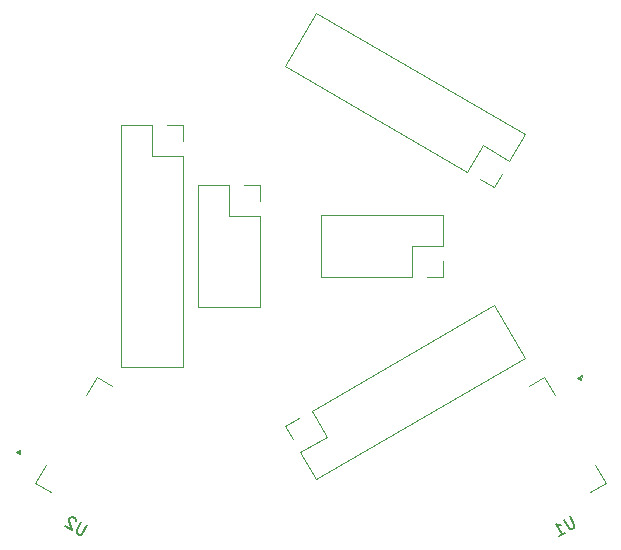
<source format=gbr>
%TF.GenerationSoftware,KiCad,Pcbnew,8.0.1-rc1*%
%TF.CreationDate,2024-04-17T17:45:35-07:00*%
%TF.ProjectId,Toolhead Board Breakout,546f6f6c-6865-4616-9420-426f61726420,rev?*%
%TF.SameCoordinates,Original*%
%TF.FileFunction,Legend,Bot*%
%TF.FilePolarity,Positive*%
%FSLAX46Y46*%
G04 Gerber Fmt 4.6, Leading zero omitted, Abs format (unit mm)*
G04 Created by KiCad (PCBNEW 8.0.1-rc1) date 2024-04-17 17:45:35*
%MOMM*%
%LPD*%
G01*
G04 APERTURE LIST*
%ADD10C,0.150000*%
%ADD11C,0.120000*%
G04 APERTURE END LIST*
D10*
X96078697Y-97889471D02*
X96483459Y-98590539D01*
X96483459Y-98590539D02*
X96489839Y-98696827D01*
X96489839Y-98696827D02*
X96472409Y-98761876D01*
X96472409Y-98761876D02*
X96413740Y-98850734D01*
X96413740Y-98850734D02*
X96248782Y-98945972D01*
X96248782Y-98945972D02*
X96142494Y-98952352D01*
X96142494Y-98952352D02*
X96077446Y-98934922D01*
X96077446Y-98934922D02*
X95988587Y-98876253D01*
X95988587Y-98876253D02*
X95583825Y-98175185D01*
X95217800Y-99541210D02*
X95712672Y-99255496D01*
X95465236Y-99398353D02*
X94965236Y-98532328D01*
X94965236Y-98532328D02*
X95119143Y-98608427D01*
X95119143Y-98608427D02*
X95249241Y-98643286D01*
X95249241Y-98643286D02*
X95355529Y-98636906D01*
X55240960Y-98651375D02*
X54836198Y-99352444D01*
X54836198Y-99352444D02*
X54747340Y-99411113D01*
X54747340Y-99411113D02*
X54682291Y-99428542D01*
X54682291Y-99428542D02*
X54576003Y-99422163D01*
X54576003Y-99422163D02*
X54411045Y-99326925D01*
X54411045Y-99326925D02*
X54352376Y-99238066D01*
X54352376Y-99238066D02*
X54334947Y-99173017D01*
X54334947Y-99173017D02*
X54341326Y-99066729D01*
X54341326Y-99066729D02*
X54746088Y-98365661D01*
X54327315Y-98233854D02*
X54309886Y-98168805D01*
X54309886Y-98168805D02*
X54251217Y-98079947D01*
X54251217Y-98079947D02*
X54045020Y-97960899D01*
X54045020Y-97960899D02*
X53938732Y-97954519D01*
X53938732Y-97954519D02*
X53873683Y-97971949D01*
X53873683Y-97971949D02*
X53784825Y-98030618D01*
X53784825Y-98030618D02*
X53737206Y-98113097D01*
X53737206Y-98113097D02*
X53707016Y-98260624D01*
X53707016Y-98260624D02*
X53916174Y-99041210D01*
X53916174Y-99041210D02*
X53380063Y-98731686D01*
D11*
%TO.C,U1*%
X93945032Y-86067663D02*
X92645993Y-86817663D01*
X94850032Y-87635169D02*
X93945032Y-86067663D01*
X98240032Y-93506821D02*
X99145032Y-95074327D01*
X99145032Y-95074327D02*
X97845993Y-95824327D01*
X97069222Y-86353919D02*
X96696376Y-86188130D01*
X97112068Y-85948130D01*
X97069222Y-86353919D01*
G36*
X97069222Y-86353919D02*
G01*
X96696376Y-86188130D01*
X97112068Y-85948130D01*
X97069222Y-86353919D01*
G37*
%TO.C,U2*%
X50854968Y-95074327D02*
X52154007Y-95824327D01*
X51759968Y-93506821D02*
X50854968Y-95074327D01*
X55149968Y-87635169D02*
X56054968Y-86067663D01*
X56054968Y-86067663D02*
X57354007Y-86817663D01*
X49583624Y-92631360D02*
X49167932Y-92391360D01*
X49540778Y-92225571D01*
X49583624Y-92631360D01*
G36*
X49583624Y-92631360D02*
G01*
X49167932Y-92391360D01*
X49540778Y-92225571D01*
X49583624Y-92631360D01*
G37*
%TO.C,J1*%
X58130000Y-64780000D02*
X60730000Y-64780000D01*
X58130000Y-85220000D02*
X58130000Y-64780000D01*
X58130000Y-85220000D02*
X63330000Y-85220000D01*
X60730000Y-64780000D02*
X60730000Y-67380000D01*
X60730000Y-67380000D02*
X63330000Y-67380000D01*
X62000000Y-64780000D02*
X63330000Y-64780000D01*
X63330000Y-64780000D02*
X63330000Y-66110000D01*
X63330000Y-85220000D02*
X63330000Y-67380000D01*
%TO.C,J5*%
X75050000Y-72400000D02*
X75050000Y-77600000D01*
X75050000Y-72400000D02*
X85330000Y-72400000D01*
X75050000Y-77600000D02*
X82730000Y-77600000D01*
X82730000Y-75000000D02*
X82730000Y-77600000D01*
X85330000Y-72400000D02*
X85330000Y-75000000D01*
X85330000Y-75000000D02*
X82730000Y-75000000D01*
X85330000Y-76270000D02*
X85330000Y-77600000D01*
X85330000Y-77600000D02*
X84000000Y-77600000D01*
%TO.C,J2*%
X71984221Y-59783484D02*
X87434114Y-68703484D01*
X74584221Y-55280152D02*
X71984221Y-59783484D01*
X74584221Y-55280152D02*
X92285780Y-65500152D01*
X88734114Y-66451818D02*
X87434114Y-68703484D01*
X89685780Y-70003484D02*
X88533966Y-69338484D01*
X90350780Y-68851670D02*
X89685780Y-70003484D01*
X90985780Y-67751818D02*
X88734114Y-66451818D01*
X92285780Y-65500152D02*
X90985780Y-67751818D01*
%TO.C,J3*%
X71984220Y-90216516D02*
X73136034Y-89551516D01*
X72649220Y-91368330D02*
X71984220Y-90216516D01*
X73284220Y-92468182D02*
X75535886Y-91168182D01*
X74584220Y-94719848D02*
X73284220Y-92468182D01*
X75535886Y-91168182D02*
X74235886Y-88916516D01*
X89685779Y-79996516D02*
X74235886Y-88916516D01*
X92285779Y-84499847D02*
X74584220Y-94719848D01*
X92285779Y-84499847D02*
X89685779Y-79996516D01*
%TO.C,J4*%
X64630000Y-69860000D02*
X67230000Y-69860000D01*
X64630000Y-80140000D02*
X64630000Y-69860000D01*
X64630000Y-80140000D02*
X69830000Y-80140000D01*
X67230000Y-69860000D02*
X67230000Y-72460000D01*
X67230000Y-72460000D02*
X69830000Y-72460000D01*
X68500000Y-69860000D02*
X69830000Y-69860000D01*
X69830000Y-69860000D02*
X69830000Y-71190000D01*
X69830000Y-80140000D02*
X69830000Y-72460000D01*
%TD*%
M02*

</source>
